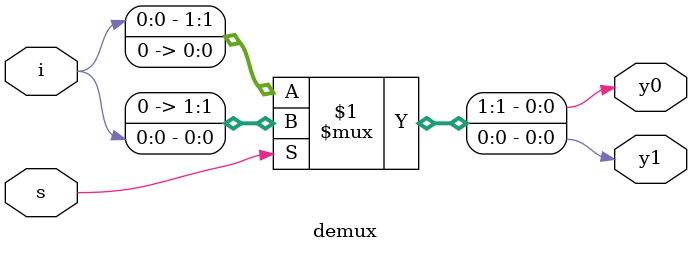
<source format=v>
`timescale 1ns / 1ps
module demux(i,s,y0,y1);
input i,s;
output y0,y1;
assign{y0,y1}=s?{1'b0,i}:{i,1'b0};


endmodule
/*gate level
module demux(i,s,y0,y1);
input i,s;
output y0,y1;
wire w1;
not n1(w1,s);
and a1(y0,w1,i);
and a2(y1,i,s);
endmodule
*/
/*behavioural
module demux(i,s,y0,y1);
input i,s;
output[1:0]y;
reg [1:0]y;
always@(s,i)
begin
y[0]=i;
y[1]=0;
end
else
begin
y[1]=i;
y[0]=0;
end
end
endmodule

*/


</source>
